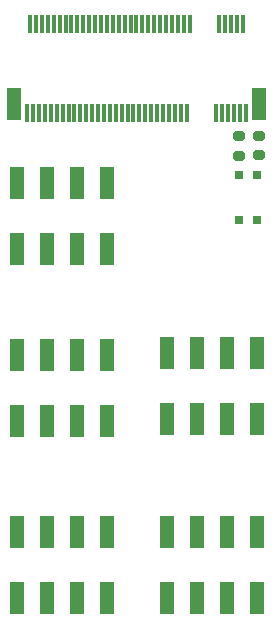
<source format=gbr>
%TF.GenerationSoftware,KiCad,Pcbnew,7.0.5*%
%TF.CreationDate,2023-08-30T17:00:08-05:00*%
%TF.ProjectId,Chimera_Card_Template_2,4368696d-6572-4615-9f43-6172645f5465,rev?*%
%TF.SameCoordinates,Original*%
%TF.FileFunction,Paste,Top*%
%TF.FilePolarity,Positive*%
%FSLAX46Y46*%
G04 Gerber Fmt 4.6, Leading zero omitted, Abs format (unit mm)*
G04 Created by KiCad (PCBNEW 7.0.5) date 2023-08-30 17:00:08*
%MOMM*%
%LPD*%
G01*
G04 APERTURE LIST*
G04 Aperture macros list*
%AMRoundRect*
0 Rectangle with rounded corners*
0 $1 Rounding radius*
0 $2 $3 $4 $5 $6 $7 $8 $9 X,Y pos of 4 corners*
0 Add a 4 corners polygon primitive as box body*
4,1,4,$2,$3,$4,$5,$6,$7,$8,$9,$2,$3,0*
0 Add four circle primitives for the rounded corners*
1,1,$1+$1,$2,$3*
1,1,$1+$1,$4,$5*
1,1,$1+$1,$6,$7*
1,1,$1+$1,$8,$9*
0 Add four rect primitives between the rounded corners*
20,1,$1+$1,$2,$3,$4,$5,0*
20,1,$1+$1,$4,$5,$6,$7,0*
20,1,$1+$1,$6,$7,$8,$9,0*
20,1,$1+$1,$8,$9,$2,$3,0*%
G04 Aperture macros list end*
%ADD10R,1.270003X2.800000*%
%ADD11R,0.300000X1.550013*%
%ADD12R,0.300000X1.524003*%
%ADD13R,1.300000X2.800000*%
%ADD14RoundRect,0.200000X-0.275000X0.200000X-0.275000X-0.200000X0.275000X-0.200000X0.275000X0.200000X0*%
%ADD15R,0.800000X0.800000*%
G04 APERTURE END LIST*
D10*
%TO.C,X5*%
X107470003Y-108299798D03*
X107470003Y-113900002D03*
X104929997Y-108299798D03*
X104929997Y-113900002D03*
X102389992Y-108299798D03*
X102389992Y-113900002D03*
X110010008Y-113900002D03*
X110010008Y-108305894D03*
%TD*%
%TO.C,X4*%
X122700008Y-122705894D03*
X122700008Y-128300002D03*
X115079992Y-128300002D03*
X115079992Y-122699798D03*
X117619997Y-128300002D03*
X117619997Y-122699798D03*
X120160003Y-128300002D03*
X120160003Y-122699798D03*
%TD*%
%TO.C,X3*%
X107490003Y-122905998D03*
X107490003Y-128506202D03*
X104949997Y-122905998D03*
X104949997Y-128506202D03*
X102409992Y-122905998D03*
X102409992Y-128506202D03*
X110030008Y-128506202D03*
X110030008Y-122912094D03*
%TD*%
%TO.C,X2*%
X122700008Y-137906094D03*
X122700008Y-143500202D03*
X115079992Y-143500202D03*
X115079992Y-137899998D03*
X117619997Y-143500202D03*
X117619997Y-137899998D03*
X120160003Y-143500202D03*
X120160003Y-137899998D03*
%TD*%
%TO.C,X1*%
X107480003Y-137906098D03*
X107480003Y-143506302D03*
X104939997Y-137906098D03*
X104939997Y-143506302D03*
X102399992Y-137906098D03*
X102399992Y-143506302D03*
X110020008Y-143506302D03*
X110020008Y-137912194D03*
%TD*%
D11*
%TO.C,CN1*%
X121749836Y-102400029D03*
X121499900Y-94850117D03*
X121249964Y-102400029D03*
X120999773Y-94850117D03*
X120749836Y-102400029D03*
X120499900Y-94850117D03*
X120249964Y-102400029D03*
X119999773Y-94850117D03*
X119749836Y-102400029D03*
X119499900Y-94850117D03*
X119249964Y-102400029D03*
X116999773Y-94850117D03*
X116749836Y-102400029D03*
X116499900Y-94850117D03*
X116249964Y-102400029D03*
X115999773Y-94850117D03*
X115749836Y-102400029D03*
X115499900Y-94850117D03*
X115249964Y-102400029D03*
X114999773Y-94850117D03*
X114749836Y-102400029D03*
X114499900Y-94850117D03*
X114249964Y-102400029D03*
X113999773Y-94850117D03*
X113749836Y-102400029D03*
X113499900Y-94850117D03*
X113249964Y-102400029D03*
X112999773Y-94850117D03*
X112749836Y-102400029D03*
X112499900Y-94850117D03*
X112249964Y-102400029D03*
X111999773Y-94850117D03*
X111749836Y-102400029D03*
X111499900Y-94850371D03*
X111249964Y-102400029D03*
X110999773Y-94850371D03*
X110749836Y-102400029D03*
X110499900Y-94850371D03*
X110249964Y-102400029D03*
X109999773Y-94850371D03*
X109749836Y-102400029D03*
X109499900Y-94850371D03*
X109249964Y-102400029D03*
X108999773Y-94850371D03*
X108749836Y-102400029D03*
X108499900Y-94850371D03*
X108249964Y-102400029D03*
X107999773Y-94850371D03*
X107749836Y-102400029D03*
X107499900Y-94850371D03*
D12*
X107249964Y-102400283D03*
X106999773Y-94850371D03*
X106749836Y-102400283D03*
X106499900Y-94850371D03*
X106249964Y-102400283D03*
X105999773Y-94850371D03*
X105749836Y-102400283D03*
X105499900Y-94850371D03*
D11*
X105249964Y-102400029D03*
X104999773Y-94850371D03*
X104749836Y-102400029D03*
X104499900Y-94850371D03*
X104249964Y-102400029D03*
X103999773Y-94850371D03*
X103749836Y-102400029D03*
X103499900Y-94850371D03*
X103249964Y-102400029D03*
D13*
X102149887Y-101675111D03*
X122849913Y-101675111D03*
%TD*%
D14*
%TO.C,R1*%
X122850000Y-104350000D03*
X122850000Y-106000000D03*
%TD*%
%TO.C,R2*%
X121200000Y-104375000D03*
X121200000Y-106025000D03*
%TD*%
D15*
%TO.C,LED1*%
X122749467Y-107671571D03*
X121150533Y-107678429D03*
%TD*%
%TO.C,LED2*%
X122749467Y-111471571D03*
X121150533Y-111478429D03*
%TD*%
M02*

</source>
